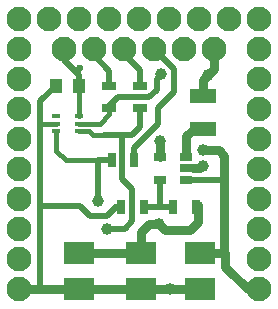
<source format=gbr>
G04 #@! TF.FileFunction,Copper,L1,Top,Signal*
%FSLAX46Y46*%
G04 Gerber Fmt 4.6, Leading zero omitted, Abs format (unit mm)*
G04 Created by KiCad (PCBNEW 4.0.6) date 09/05/17 06:11:09*
%MOMM*%
%LPD*%
G01*
G04 APERTURE LIST*
%ADD10C,0.100000*%
%ADD11C,2.100000*%
%ADD12R,2.500000X1.950000*%
%ADD13R,0.650000X0.400000*%
%ADD14R,1.000000X1.250000*%
%ADD15R,0.700000X1.300000*%
%ADD16R,1.300000X0.700000*%
%ADD17R,2.200000X1.200000*%
%ADD18R,1.060000X0.650000*%
%ADD19C,1.000000*%
%ADD20C,0.600000*%
%ADD21C,0.500000*%
%ADD22C,0.750000*%
%ADD23C,0.400000*%
G04 APERTURE END LIST*
D10*
D11*
X157761000Y-67845000D03*
X155221000Y-67845000D03*
X152681000Y-67845000D03*
X150141000Y-67845000D03*
X147601000Y-67845000D03*
X145061000Y-67845000D03*
D12*
X156561000Y-85110000D03*
X156561000Y-88160000D03*
D13*
X144401000Y-73505000D03*
X144401000Y-74805000D03*
X146301000Y-74155000D03*
X144401000Y-74155000D03*
X146301000Y-74805000D03*
X146301000Y-73505000D03*
D11*
X161571000Y-67845000D03*
X161571000Y-70385000D03*
X161571000Y-72925000D03*
X161571000Y-75465000D03*
X161571000Y-78005000D03*
X161571000Y-80545000D03*
X161571000Y-83085000D03*
X161571000Y-85625000D03*
X161571000Y-88165000D03*
X161571000Y-65305000D03*
X159031000Y-65305000D03*
X156491000Y-65305000D03*
X153951000Y-65305000D03*
X151411000Y-65305000D03*
X148871000Y-65305000D03*
X146331000Y-65305000D03*
X143791000Y-65305000D03*
X141251000Y-65305000D03*
X141251000Y-67845000D03*
X141251000Y-70385000D03*
X141251000Y-72925000D03*
X141251000Y-75465000D03*
X141251000Y-78005000D03*
X141251000Y-80545000D03*
X141251000Y-83085000D03*
X141251000Y-85625000D03*
X141251000Y-88165000D03*
D12*
X151541000Y-85120000D03*
X151541000Y-88170000D03*
X146321000Y-85120000D03*
X146321000Y-88170000D03*
D14*
X146341000Y-70925000D03*
X144341000Y-70925000D03*
D15*
X156211000Y-81245000D03*
X154311000Y-81245000D03*
X151791000Y-81245000D03*
X149891000Y-81245000D03*
X149091000Y-77225000D03*
X150991000Y-77225000D03*
D16*
X151471000Y-72855000D03*
X151471000Y-70955000D03*
X148891000Y-72845000D03*
X148891000Y-70945000D03*
D17*
X156831000Y-74575000D03*
X156831000Y-71775000D03*
D18*
X155391000Y-78885000D03*
X155391000Y-77935000D03*
X155391000Y-76985000D03*
X153191000Y-76985000D03*
X153191000Y-78885000D03*
D19*
X153191000Y-75635000D03*
X156801000Y-76405000D03*
X156801000Y-77735000D03*
X154061000Y-88175000D03*
X153071000Y-82605000D03*
X157241000Y-70045000D03*
X147911000Y-80735000D03*
X148741000Y-83045000D03*
X153301000Y-69985000D03*
D20*
X146421000Y-69405000D03*
D21*
X155391000Y-78885000D02*
X158641000Y-78885000D01*
D22*
X153191000Y-76985000D02*
X153191000Y-75635000D01*
X156801000Y-76405000D02*
X158171000Y-76405000D01*
X158171000Y-76405000D02*
X158641000Y-76875000D01*
X158641000Y-76875000D02*
X158641000Y-78885000D01*
X158641000Y-78885000D02*
X158641000Y-85110000D01*
X156561000Y-85110000D02*
X158641000Y-85110000D01*
X158641000Y-85110000D02*
X158701000Y-85110000D01*
X158701000Y-85110000D02*
X158701000Y-86265000D01*
X158701000Y-86265000D02*
X160601000Y-88165000D01*
X160601000Y-88165000D02*
X161571000Y-88165000D01*
X156601000Y-77935000D02*
X155951000Y-77935000D01*
D21*
X155391000Y-77935000D02*
X155951000Y-77935000D01*
D22*
X156601000Y-77935000D02*
X156801000Y-77735000D01*
D21*
X143031000Y-72425000D02*
X143031000Y-72235000D01*
X143031000Y-74155000D02*
X143031000Y-72425000D01*
X143031000Y-72235000D02*
X144341000Y-70925000D01*
X149891000Y-81245000D02*
X149391000Y-81245000D01*
X146391000Y-81095000D02*
X143031000Y-81095000D01*
X147291000Y-81995000D02*
X146391000Y-81095000D01*
X148691000Y-81995000D02*
X147291000Y-81995000D01*
X149391000Y-81295000D02*
X148691000Y-81995000D01*
X149391000Y-81245000D02*
X149391000Y-81295000D01*
X143031000Y-88165000D02*
X143031000Y-81095000D01*
X143031000Y-81095000D02*
X143031000Y-80425000D01*
X143031000Y-80425000D02*
X143031000Y-74155000D01*
D22*
X151541000Y-88170000D02*
X154061000Y-88170000D01*
X154061000Y-88170000D02*
X156551000Y-88170000D01*
X156551000Y-88170000D02*
X156561000Y-88160000D01*
X146321000Y-88170000D02*
X151541000Y-88170000D01*
X141251000Y-88165000D02*
X143031000Y-88165000D01*
X143031000Y-88165000D02*
X146316000Y-88165000D01*
X146316000Y-88165000D02*
X146321000Y-88170000D01*
D23*
X144401000Y-74155000D02*
X143031000Y-74155000D01*
D22*
X151541000Y-83805000D02*
X151541000Y-83345000D01*
X151541000Y-85120000D02*
X151541000Y-83805000D01*
X152281000Y-82605000D02*
X153071000Y-82605000D01*
X151541000Y-83345000D02*
X152281000Y-82605000D01*
X153071000Y-82605000D02*
X153591000Y-83125000D01*
X156401000Y-82455000D02*
X155731000Y-83125000D01*
X156401000Y-81055000D02*
X156401000Y-82455000D01*
X153591000Y-83125000D02*
X155731000Y-83125000D01*
X157751000Y-69535000D02*
X157761000Y-69535000D01*
X157241000Y-70045000D02*
X157751000Y-69535000D01*
X156831000Y-71775000D02*
X156831000Y-70465000D01*
X156831000Y-70465000D02*
X157761000Y-69535000D01*
X157761000Y-69535000D02*
X157761000Y-67845000D01*
X156211000Y-81245000D02*
X156401000Y-81055000D01*
X151541000Y-85120000D02*
X146321000Y-85120000D01*
D21*
X147971000Y-77225000D02*
X147941000Y-77225000D01*
X147911000Y-80735000D02*
X147941000Y-80705000D01*
X147941000Y-80705000D02*
X147941000Y-77225000D01*
X147971000Y-77225000D02*
X149091000Y-77225000D01*
D23*
X147971000Y-77225000D02*
X145201000Y-77225000D01*
X144401000Y-76425000D02*
X144401000Y-74805000D01*
X145201000Y-77225000D02*
X144401000Y-76425000D01*
D21*
X150201000Y-83045000D02*
X148741000Y-83045000D01*
X150011000Y-78845000D02*
X150841000Y-79675000D01*
X150011000Y-75105000D02*
X150011000Y-78845000D01*
X150841000Y-79675000D02*
X150841000Y-82405000D01*
X150841000Y-82405000D02*
X150201000Y-83045000D01*
X151471000Y-72855000D02*
X151471000Y-74415000D01*
X150781000Y-75105000D02*
X151471000Y-74415000D01*
X150781000Y-75105000D02*
X150011000Y-75105000D01*
X150011000Y-75105000D02*
X148431000Y-75105000D01*
D23*
X148431000Y-75105000D02*
X147491000Y-75105000D01*
X147191000Y-74805000D02*
X146301000Y-74805000D01*
X147491000Y-75105000D02*
X147191000Y-74805000D01*
X148891000Y-72845000D02*
X148891000Y-73345000D01*
X148081000Y-74155000D02*
X146301000Y-74155000D01*
X148081000Y-74155000D02*
X148891000Y-73345000D01*
D21*
X152901000Y-70385000D02*
X153301000Y-69985000D01*
X152901000Y-71295000D02*
X152901000Y-70385000D01*
X152291000Y-71905000D02*
X152901000Y-71295000D01*
X149641000Y-71905000D02*
X152291000Y-71905000D01*
X148891000Y-72655000D02*
X149641000Y-71905000D01*
X146421000Y-69405000D02*
X146076000Y-69750000D01*
X146341000Y-70925000D02*
X146341000Y-70015000D01*
X146341000Y-70015000D02*
X146076000Y-69750000D01*
D23*
X146301000Y-73505000D02*
X146301000Y-70965000D01*
X146301000Y-70965000D02*
X146341000Y-70925000D01*
D21*
X146076000Y-69770000D02*
X146076000Y-69750000D01*
X145061000Y-68755000D02*
X146076000Y-69770000D01*
X145061000Y-67845000D02*
X145061000Y-68755000D01*
X153021000Y-72835000D02*
X154391000Y-71465000D01*
X154391000Y-71465000D02*
X154391000Y-69555000D01*
X152681000Y-67845000D02*
X154391000Y-69555000D01*
X150991000Y-76235000D02*
X153021000Y-74205000D01*
X153021000Y-74205000D02*
X153021000Y-72835000D01*
X150991000Y-76235000D02*
X150991000Y-77225000D01*
X152516000Y-68010000D02*
X152681000Y-67845000D01*
X151471000Y-70955000D02*
X151471000Y-69585000D01*
X151471000Y-69585000D02*
X150141000Y-68255000D01*
X150141000Y-67845000D02*
X150141000Y-68255000D01*
X148891000Y-70945000D02*
X148891000Y-69665000D01*
X148891000Y-69665000D02*
X147601000Y-68375000D01*
X147601000Y-67845000D02*
X147601000Y-68375000D01*
X153191000Y-78885000D02*
X153191000Y-81245000D01*
X154311000Y-81245000D02*
X153191000Y-81245000D01*
X153191000Y-81245000D02*
X151791000Y-81245000D01*
D22*
X155391000Y-75215000D02*
X155391000Y-76595000D01*
D21*
X155391000Y-76985000D02*
X155391000Y-76595000D01*
D22*
X155391000Y-75215000D02*
X156031000Y-74575000D01*
X156031000Y-74575000D02*
X156831000Y-74575000D01*
M02*

</source>
